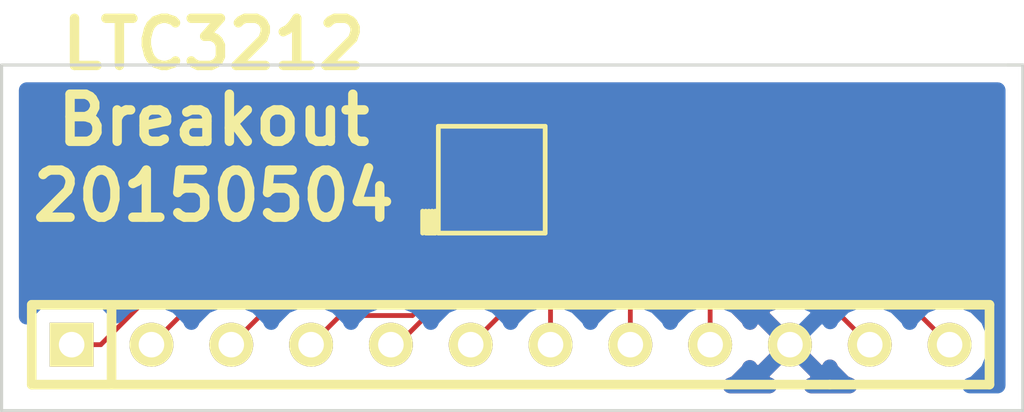
<source format=kicad_pcb>
(kicad_pcb (version 3) (host pcbnew "(2013-jul-07)-stable")

  (general
    (links 13)
    (no_connects 0)
    (area 39.949999 30.949999 72.550001 42.050001)
    (thickness 1.6)
    (drawings 6)
    (tracks 44)
    (zones 0)
    (modules 2)
    (nets 13)
  )

  (page A3)
  (layers
    (15 F.Cu signal)
    (0 B.Cu signal)
    (16 B.Adhes user)
    (17 F.Adhes user)
    (18 B.Paste user)
    (19 F.Paste user)
    (20 B.SilkS user)
    (21 F.SilkS user)
    (22 B.Mask user)
    (23 F.Mask user)
    (24 Dwgs.User user)
    (25 Cmts.User user)
    (26 Eco1.User user)
    (27 Eco2.User user)
    (28 Edge.Cuts user)
  )

  (setup
    (last_trace_width 0.1524)
    (trace_clearance 0.1524)
    (zone_clearance 0.5)
    (zone_45_only no)
    (trace_min 0.1524)
    (segment_width 0.2)
    (edge_width 0.1)
    (via_size 0.889)
    (via_drill 0.635)
    (via_min_size 0.889)
    (via_min_drill 0.508)
    (uvia_size 0.508)
    (uvia_drill 0.127)
    (uvias_allowed no)
    (uvia_min_size 0.508)
    (uvia_min_drill 0.127)
    (pcb_text_width 0.3)
    (pcb_text_size 1.5 1.5)
    (mod_edge_width 0.15)
    (mod_text_size 1 1)
    (mod_text_width 0.15)
    (pad_size 1.5 1.5)
    (pad_drill 0.6)
    (pad_to_mask_clearance 0)
    (aux_axis_origin 0 0)
    (visible_elements FFFFFFBF)
    (pcbplotparams
      (layerselection 284983297)
      (usegerberextensions true)
      (excludeedgelayer true)
      (linewidth 0.150000)
      (plotframeref false)
      (viasonmask false)
      (mode 1)
      (useauxorigin false)
      (hpglpennumber 1)
      (hpglpenspeed 20)
      (hpglpendiameter 15)
      (hpglpenoverlay 2)
      (psnegative false)
      (psa4output false)
      (plotreference true)
      (plotvalue true)
      (plotothertext true)
      (plotinvisibletext false)
      (padsonsilk false)
      (subtractmaskfromsilk true)
      (outputformat 1)
      (mirror false)
      (drillshape 0)
      (scaleselection 1)
      (outputdirectory gerber/))
  )

  (net 0 "")
  (net 1 N-000001)
  (net 2 N-0000010)
  (net 3 N-0000011)
  (net 4 N-0000012)
  (net 5 N-000002)
  (net 6 N-000003)
  (net 7 N-000004)
  (net 8 N-000005)
  (net 9 N-000006)
  (net 10 N-000007)
  (net 11 N-000008)
  (net 12 N-000009)

  (net_class Default "This is the default net class."
    (clearance 0.1524)
    (trace_width 0.1524)
    (via_dia 0.889)
    (via_drill 0.635)
    (uvia_dia 0.508)
    (uvia_drill 0.127)
    (add_net "")
    (add_net N-000001)
    (add_net N-0000010)
    (add_net N-0000011)
    (add_net N-0000012)
    (add_net N-000002)
    (add_net N-000003)
    (add_net N-000004)
    (add_net N-000005)
    (add_net N-000006)
    (add_net N-000007)
    (add_net N-000008)
    (add_net N-000009)
  )

  (module LTC3212 (layer F.Cu) (tedit 55476B36) (tstamp 55476C13)
    (at 55.6 34.65)
    (path /55476405)
    (fp_text reference U1 (at 0 -2.2) (layer F.SilkS) hide
      (effects (font (size 1 1) (thickness 0.15)))
    )
    (fp_text value LTC3212 (at 0 2.5) (layer F.SilkS) hide
      (effects (font (size 1 1) (thickness 0.15)))
    )
    (fp_line (start -2.2 1) (end -2.2 1.7) (layer F.SilkS) (width 0.15))
    (fp_line (start -1.8 1.7) (end -2.1 1.7) (layer F.SilkS) (width 0.15))
    (fp_line (start -2.1 1) (end -2.1 1.6) (layer F.SilkS) (width 0.15))
    (fp_line (start -1.8 1) (end -1.8 1.7) (layer F.SilkS) (width 0.15))
    (fp_line (start -1.9 1) (end -1.9 1.6) (layer F.SilkS) (width 0.15))
    (fp_line (start -2 1) (end -2 1.7) (layer F.SilkS) (width 0.15))
    (fp_line (start -1.7 -1.7) (end 1.7 -1.7) (layer F.SilkS) (width 0.15))
    (fp_line (start 1.7 -1.7) (end 1.7 1.7) (layer F.SilkS) (width 0.15))
    (fp_line (start 1.7 1.7) (end -1.7 1.7) (layer F.SilkS) (width 0.15))
    (fp_line (start -1.7 1.7) (end -1.7 -1.7) (layer F.SilkS) (width 0.15))
    (pad 1 smd rect (at -1.195 0.925) (size 0.25 0.7)
      (layers F.Cu F.Paste F.Mask)
      (net 4 N-0000012)
    )
    (pad 2 smd rect (at -0.745 0.925) (size 0.25 0.7)
      (layers F.Cu F.Paste F.Mask)
      (net 3 N-0000011)
    )
    (pad 3 smd rect (at -0.295 0.925) (size 0.25 0.7)
      (layers F.Cu F.Paste F.Mask)
      (net 2 N-0000010)
    )
    (pad 4 smd rect (at 0.295 0.925) (size 0.25 0.7)
      (layers F.Cu F.Paste F.Mask)
      (net 12 N-000009)
    )
    (pad 5 smd rect (at 0.745 0.925) (size 0.25 0.7)
      (layers F.Cu F.Paste F.Mask)
      (net 7 N-000004)
    )
    (pad 6 smd rect (at 1.195 0.925) (size 0.25 0.7)
      (layers F.Cu F.Paste F.Mask)
      (net 1 N-000001)
    )
    (pad 7 smd rect (at 1.195 -0.925) (size 0.25 0.7)
      (layers F.Cu F.Paste F.Mask)
      (net 10 N-000007)
    )
    (pad 8 smd rect (at 0.745 -0.925) (size 0.25 0.7)
      (layers F.Cu F.Paste F.Mask)
      (net 8 N-000005)
    )
    (pad 9 smd rect (at 0.295 -0.925) (size 0.25 0.7)
      (layers F.Cu F.Paste F.Mask)
      (net 11 N-000008)
    )
    (pad 10 smd rect (at -0.295 -0.925) (size 0.25 0.7)
      (layers F.Cu F.Paste F.Mask)
      (net 9 N-000006)
    )
    (pad 11 smd rect (at -0.745 -0.925) (size 0.25 0.7)
      (layers F.Cu F.Paste F.Mask)
      (net 5 N-000002)
    )
    (pad 12 smd rect (at -1.195 -0.925) (size 0.25 0.7)
      (layers F.Cu F.Paste F.Mask)
      (net 6 N-000003)
    )
    (pad 13 smd rect (at 0 0) (size 2.39 0.64)
      (layers F.Cu F.Paste F.Mask)
      (net 9 N-000006)
    )
  )

  (module SIL-12 (layer F.Cu) (tedit 55477A01) (tstamp 55476C4C)
    (at 56.2 39.9)
    (descr "Connecteur 12 pins")
    (tags "CONN DEV")
    (path /554764AF)
    (fp_text reference P1 (at -7.62 -2.54) (layer F.SilkS) hide
      (effects (font (size 1.72974 1.08712) (thickness 0.27178)))
    )
    (fp_text value CONN_12 (at 7.62 -2.54) (layer F.SilkS) hide
      (effects (font (size 1.524 1.016) (thickness 0.254)))
    )
    (fp_line (start -15.24 1.27) (end -15.24 1.27) (layer F.SilkS) (width 0.3048))
    (fp_line (start -15.24 1.27) (end -15.24 -1.27) (layer F.SilkS) (width 0.3048))
    (fp_line (start -15.24 -1.27) (end 10.16 -1.27) (layer F.SilkS) (width 0.3048))
    (fp_line (start 10.16 1.27) (end -15.24 1.27) (layer F.SilkS) (width 0.3048))
    (fp_line (start -12.7 1.27) (end -12.7 -1.27) (layer F.SilkS) (width 0.3048))
    (fp_line (start 10.16 -1.27) (end 14.605 -1.27) (layer F.SilkS) (width 0.3048))
    (fp_line (start 14.605 -1.27) (end 15.24 -1.27) (layer F.SilkS) (width 0.3048))
    (fp_line (start 15.24 -1.27) (end 15.24 1.27) (layer F.SilkS) (width 0.3048))
    (fp_line (start 15.24 1.27) (end 10.16 1.27) (layer F.SilkS) (width 0.3048))
    (pad 1 thru_hole rect (at -13.97 0) (size 1.397 1.397) (drill 0.8128)
      (layers *.Cu *.Mask F.SilkS)
      (net 4 N-0000012)
    )
    (pad 2 thru_hole circle (at -11.43 0) (size 1.397 1.397) (drill 0.8128)
      (layers *.Cu *.Mask F.SilkS)
      (net 3 N-0000011)
    )
    (pad 3 thru_hole circle (at -8.89 0) (size 1.397 1.397) (drill 0.8128)
      (layers *.Cu *.Mask F.SilkS)
      (net 2 N-0000010)
    )
    (pad 4 thru_hole circle (at -6.35 0) (size 1.397 1.397) (drill 0.8128)
      (layers *.Cu *.Mask F.SilkS)
      (net 12 N-000009)
    )
    (pad 5 thru_hole circle (at -3.81 0) (size 1.397 1.397) (drill 0.8128)
      (layers *.Cu *.Mask F.SilkS)
      (net 7 N-000004)
    )
    (pad 6 thru_hole circle (at -1.27 0) (size 1.397 1.397) (drill 0.8128)
      (layers *.Cu *.Mask F.SilkS)
      (net 1 N-000001)
    )
    (pad 7 thru_hole circle (at 1.27 0) (size 1.397 1.397) (drill 0.8128)
      (layers *.Cu *.Mask F.SilkS)
      (net 10 N-000007)
    )
    (pad 8 thru_hole circle (at 3.81 0) (size 1.397 1.397) (drill 0.8128)
      (layers *.Cu *.Mask F.SilkS)
      (net 8 N-000005)
    )
    (pad 9 thru_hole circle (at 6.35 0) (size 1.397 1.397) (drill 0.8128)
      (layers *.Cu *.Mask F.SilkS)
      (net 11 N-000008)
    )
    (pad 10 thru_hole circle (at 8.89 0) (size 1.397 1.397) (drill 0.8128)
      (layers *.Cu *.Mask F.SilkS)
      (net 9 N-000006)
    )
    (pad 11 thru_hole circle (at 11.43 0) (size 1.397 1.397) (drill 0.8128)
      (layers *.Cu *.Mask F.SilkS)
      (net 5 N-000002)
    )
    (pad 12 thru_hole circle (at 13.97 0) (size 1.397 1.397) (drill 0.8128)
      (layers *.Cu *.Mask F.SilkS)
      (net 6 N-000003)
    )
    (model pin_array\pins_array_12x1.wrl
      (at (xyz 0 0 0))
      (scale (xyz 1 1 1))
      (rotate (xyz 0 0 0))
    )
  )

  (gr_text "LTC3212\nBreakout\n20150504" (at 46.75 32.75) (layer F.SilkS)
    (effects (font (size 1.5 1.5) (thickness 0.3)))
  )
  (gr_line (start 40 42) (end 72.5 42) (angle 90) (layer Edge.Cuts) (width 0.1))
  (gr_line (start 40 31) (end 40 42) (angle 90) (layer Edge.Cuts) (width 0.1))
  (gr_line (start 72.5 31) (end 40 31) (angle 90) (layer Edge.Cuts) (width 0.1))
  (gr_line (start 72.5 31) (end 72 31) (angle 90) (layer Edge.Cuts) (width 0.1))
  (gr_line (start 72.5 42) (end 72.5 31) (angle 90) (layer Edge.Cuts) (width 0.1))

  (segment (start 56.795 38.035) (end 56.795 35.575) (width 0.1524) (layer F.Cu) (net 1))
  (segment (start 54.93 39.9) (end 56.795 38.035) (width 0.1524) (layer F.Cu) (net 1))
  (segment (start 54.9319 36.527) (end 55.305 36.1539) (width 0.1524) (layer F.Cu) (net 2))
  (segment (start 50.683 36.527) (end 54.9319 36.527) (width 0.1524) (layer F.Cu) (net 2))
  (segment (start 47.31 39.9) (end 50.683 36.527) (width 0.1524) (layer F.Cu) (net 2))
  (segment (start 55.305 35.575) (end 55.305 36.1539) (width 0.1524) (layer F.Cu) (net 2))
  (segment (start 54.855 35.575) (end 54.855 36.1539) (width 0.1524) (layer F.Cu) (net 3))
  (segment (start 48.5161 36.1539) (end 54.855 36.1539) (width 0.1524) (layer F.Cu) (net 3))
  (segment (start 44.77 39.9) (end 48.5161 36.1539) (width 0.1524) (layer F.Cu) (net 3))
  (segment (start 47.4824 35.575) (end 54.405 35.575) (width 0.1524) (layer F.Cu) (net 4))
  (segment (start 43.1574 39.9) (end 47.4824 35.575) (width 0.1524) (layer F.Cu) (net 4))
  (segment (start 42.23 39.9) (end 43.1574 39.9) (width 0.1524) (layer F.Cu) (net 4))
  (segment (start 54.855 33.725) (end 54.855 33.1461) (width 0.1524) (layer F.Cu) (net 5))
  (segment (start 55.7703 32.2308) (end 54.855 33.1461) (width 0.1524) (layer F.Cu) (net 5))
  (segment (start 59.9608 32.2308) (end 55.7703 32.2308) (width 0.1524) (layer F.Cu) (net 5))
  (segment (start 67.63 39.9) (end 59.9608 32.2308) (width 0.1524) (layer F.Cu) (net 5))
  (segment (start 54.405 33.725) (end 54.405 33.1461) (width 0.1524) (layer F.Cu) (net 6))
  (segment (start 55.6254 31.9257) (end 54.405 33.1461) (width 0.1524) (layer F.Cu) (net 6))
  (segment (start 62.1957 31.9257) (end 55.6254 31.9257) (width 0.1524) (layer F.Cu) (net 6))
  (segment (start 70.17 39.9) (end 62.1957 31.9257) (width 0.1524) (layer F.Cu) (net 6))
  (segment (start 56.345 36.155) (end 56.345 35.575) (width 0.1524) (layer F.Cu) (net 7))
  (segment (start 52.6 39.9) (end 56.345 36.155) (width 0.1524) (layer F.Cu) (net 7))
  (segment (start 52.39 39.9) (end 52.6 39.9) (width 0.1524) (layer F.Cu) (net 7))
  (segment (start 60.01 36.0965) (end 60.01 39.9) (width 0.1524) (layer F.Cu) (net 8))
  (segment (start 57.0596 33.1461) (end 60.01 36.0965) (width 0.1524) (layer F.Cu) (net 8))
  (segment (start 56.345 33.1461) (end 57.0596 33.1461) (width 0.1524) (layer F.Cu) (net 8))
  (segment (start 56.345 33.725) (end 56.345 33.1461) (width 0.1524) (layer F.Cu) (net 8))
  (segment (start 55.305 34.355) (end 55.305 33.725) (width 0.1524) (layer F.Cu) (net 9))
  (segment (start 55.6 34.65) (end 55.305 34.355) (width 0.1524) (layer F.Cu) (net 9))
  (segment (start 55.9152 32.5359) (end 55.305 33.1461) (width 0.1524) (layer F.Cu) (net 9))
  (segment (start 57.7259 32.5359) (end 55.9152 32.5359) (width 0.1524) (layer F.Cu) (net 9))
  (segment (start 65.09 39.9) (end 57.7259 32.5359) (width 0.1524) (layer F.Cu) (net 9))
  (segment (start 55.305 33.725) (end 55.305 33.1461) (width 0.1524) (layer F.Cu) (net 9))
  (segment (start 57.47 34.4) (end 57.47 39.9) (width 0.1524) (layer F.Cu) (net 10))
  (segment (start 56.795 33.725) (end 57.47 34.4) (width 0.1524) (layer F.Cu) (net 10))
  (segment (start 55.895 33.725) (end 55.895 33.1461) (width 0.1524) (layer F.Cu) (net 11))
  (segment (start 56.2001 32.841) (end 55.895 33.1461) (width 0.1524) (layer F.Cu) (net 11))
  (segment (start 57.1861 32.841) (end 56.2001 32.841) (width 0.1524) (layer F.Cu) (net 11))
  (segment (start 62.55 38.2049) (end 57.1861 32.841) (width 0.1524) (layer F.Cu) (net 11))
  (segment (start 62.55 39.9) (end 62.55 38.2049) (width 0.1524) (layer F.Cu) (net 11))
  (segment (start 53.0764 38.9725) (end 55.895 36.1539) (width 0.1524) (layer F.Cu) (net 12))
  (segment (start 50.7775 38.9725) (end 53.0764 38.9725) (width 0.1524) (layer F.Cu) (net 12))
  (segment (start 49.85 39.9) (end 50.7775 38.9725) (width 0.1524) (layer F.Cu) (net 12))
  (segment (start 55.895 35.575) (end 55.895 36.1539) (width 0.1524) (layer F.Cu) (net 12))

  (zone (net 9) (net_name N-000006) (layer F.Cu) (tstamp 5547796D) (hatch edge 0.508)
    (connect_pads (clearance 0.5))
    (min_thickness 0.5)
    (fill (arc_segments 16) (thermal_gap 0.508) (thermal_bridge_width 0.508))
    (polygon
      (pts
        (xy 72.25 31.25) (xy 40.25 31.25) (xy 40.25 41.75) (xy 72.25 41.75)
      )
    )
    (filled_polygon
      (pts
        (xy 66.983592 41.2) (xy 65.772839 41.2) (xy 65.869336 41.164105) (xy 65.959642 41.103764) (xy 66.003247 40.818904)
        (xy 65.09 39.905657) (xy 64.176753 40.818904) (xy 64.220358 41.103764) (xy 64.430597 41.2) (xy 63.196863 41.2)
        (xy 63.369437 41.128694) (xy 63.777262 40.72158) (xy 63.811203 40.63984) (xy 63.825895 40.679336) (xy 63.886236 40.769642)
        (xy 64.171096 40.813247) (xy 65.084343 39.9) (xy 64.171096 38.986753) (xy 63.886236 39.030358) (xy 63.818811 39.177655)
        (xy 63.778694 39.080563) (xy 63.3762 38.677366) (xy 63.3762 38.2049) (xy 63.313309 37.888727) (xy 63.134212 37.620688)
        (xy 58.570523 33.057) (xy 59.618576 33.057) (xy 65.00084 38.439263) (xy 64.85374 38.433881) (xy 64.310664 38.635895)
        (xy 64.220358 38.696236) (xy 64.176753 38.981096) (xy 65.09 39.894343) (xy 65.104141 39.8802) (xy 65.109798 39.885857)
        (xy 65.095657 39.9) (xy 66.008904 40.813247) (xy 66.293764 40.769642) (xy 66.361188 40.622344) (xy 66.401306 40.719437)
        (xy 66.80842 41.127262) (xy 66.983592 41.2)
      )
    )
  )
  (zone (net 9) (net_name N-000006) (layer B.Cu) (tstamp 554779C3) (hatch edge 0.508)
    (connect_pads (clearance 0.5))
    (min_thickness 0.5)
    (fill (arc_segments 16) (thermal_gap 0.508) (thermal_bridge_width 0.508))
    (polygon
      (pts
        (xy 72.25 31.25) (xy 40.25 31.25) (xy 40.25 41.75) (xy 72.25 41.75)
      )
    )
    (filled_polygon
      (pts
        (xy 71.7 41.2) (xy 70.816863 41.2) (xy 70.989437 41.128694) (xy 71.397262 40.72158) (xy 71.618247 40.189388)
        (xy 71.61875 39.61314) (xy 71.398694 39.080563) (xy 70.99158 38.672738) (xy 70.459388 38.451753) (xy 69.88314 38.45125)
        (xy 69.350563 38.671306) (xy 68.942738 39.07842) (xy 68.900168 39.180939) (xy 68.858694 39.080563) (xy 68.45158 38.672738)
        (xy 67.919388 38.451753) (xy 67.34314 38.45125) (xy 66.810563 38.671306) (xy 66.402738 39.07842) (xy 66.368796 39.160159)
        (xy 66.354105 39.120664) (xy 66.293764 39.030358) (xy 66.008904 38.986753) (xy 66.003247 38.99241) (xy 66.003247 38.981096)
        (xy 65.959642 38.696236) (xy 65.432784 38.45507) (xy 64.85374 38.433881) (xy 64.310664 38.635895) (xy 64.220358 38.696236)
        (xy 64.176753 38.981096) (xy 65.09 39.894343) (xy 66.003247 38.981096) (xy 66.003247 38.99241) (xy 65.095657 39.9)
        (xy 66.008904 40.813247) (xy 66.293764 40.769642) (xy 66.361188 40.622344) (xy 66.401306 40.719437) (xy 66.80842 41.127262)
        (xy 66.983592 41.2) (xy 65.772839 41.2) (xy 65.869336 41.164105) (xy 65.959642 41.103764) (xy 66.003247 40.818904)
        (xy 65.09 39.905657) (xy 64.176753 40.818904) (xy 64.220358 41.103764) (xy 64.430597 41.2) (xy 63.196863 41.2)
        (xy 63.369437 41.128694) (xy 63.777262 40.72158) (xy 63.811203 40.63984) (xy 63.825895 40.679336) (xy 63.886236 40.769642)
        (xy 64.171096 40.813247) (xy 65.084343 39.9) (xy 64.171096 38.986753) (xy 63.886236 39.030358) (xy 63.818811 39.177655)
        (xy 63.778694 39.080563) (xy 63.37158 38.672738) (xy 62.839388 38.451753) (xy 62.26314 38.45125) (xy 61.730563 38.671306)
        (xy 61.322738 39.07842) (xy 61.280168 39.180939) (xy 61.238694 39.080563) (xy 60.83158 38.672738) (xy 60.299388 38.451753)
        (xy 59.72314 38.45125) (xy 59.190563 38.671306) (xy 58.782738 39.07842) (xy 58.740168 39.180939) (xy 58.698694 39.080563)
        (xy 58.29158 38.672738) (xy 57.759388 38.451753) (xy 57.18314 38.45125) (xy 56.650563 38.671306) (xy 56.242738 39.07842)
        (xy 56.200168 39.180939) (xy 56.158694 39.080563) (xy 55.75158 38.672738) (xy 55.219388 38.451753) (xy 54.64314 38.45125)
        (xy 54.110563 38.671306) (xy 53.702738 39.07842) (xy 53.660168 39.180939) (xy 53.618694 39.080563) (xy 53.21158 38.672738)
        (xy 52.679388 38.451753) (xy 52.10314 38.45125) (xy 51.570563 38.671306) (xy 51.162738 39.07842) (xy 51.120168 39.180939)
        (xy 51.078694 39.080563) (xy 50.67158 38.672738) (xy 50.139388 38.451753) (xy 49.56314 38.45125) (xy 49.030563 38.671306)
        (xy 48.622738 39.07842) (xy 48.580168 39.180939) (xy 48.538694 39.080563) (xy 48.13158 38.672738) (xy 47.599388 38.451753)
        (xy 47.02314 38.45125) (xy 46.490563 38.671306) (xy 46.082738 39.07842) (xy 46.040168 39.180939) (xy 45.998694 39.080563)
        (xy 45.59158 38.672738) (xy 45.059388 38.451753) (xy 44.48314 38.45125) (xy 43.950563 38.671306) (xy 43.646391 38.974947)
        (xy 43.56469 38.777214) (xy 43.353895 38.566051) (xy 43.078338 38.45163) (xy 42.77997 38.45137) (xy 41.38297 38.45137)
        (xy 41.107214 38.56531) (xy 40.896051 38.776105) (xy 40.8 39.007422) (xy 40.8 31.8) (xy 71.7 31.8)
        (xy 71.7 41.2)
      )
    )
  )
)

</source>
